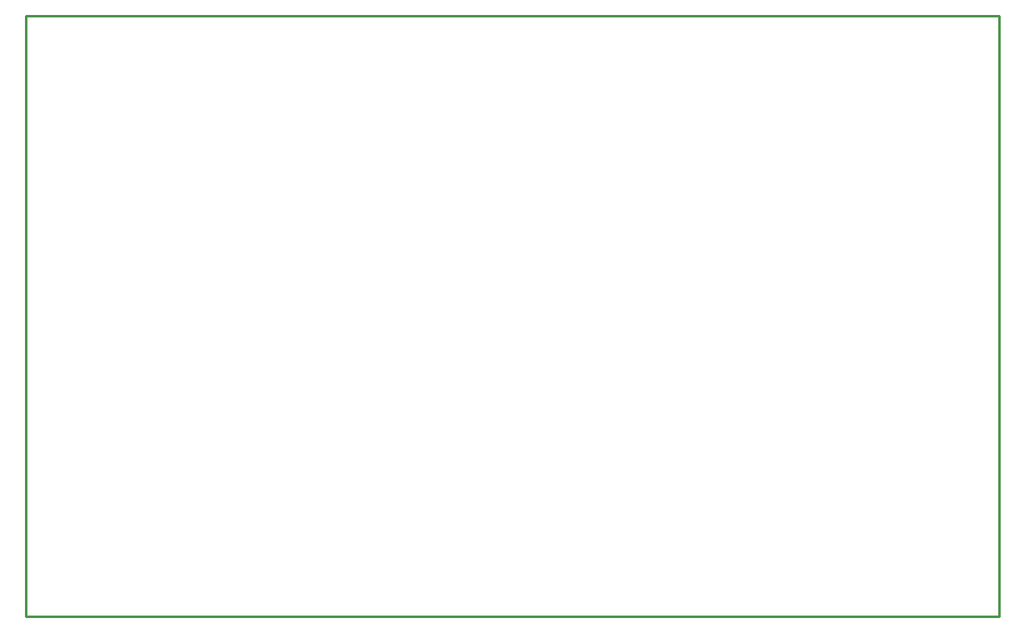
<source format=gko>
G04 ---------------------------- Layer name :KeepOutLayer *
G04 easyEDA 0.1*
G04 Scale: 100 percent, Rotated: No, Reflected: No *
G04 Dimensions in inches *
G04 leading zeros omitted , absolute positions ,2 integer and 4 * 
%FSLAX24Y24*%
%MOIN*%
G90*
G70D02*

%ADD10C,0.010000*%
G54D10*
G01X39000Y48200D02*
G01X19800Y48200D01*
G01X0Y48200D01*
G01X39000Y46046D02*
G01X39000Y48200D01*
G01X0Y48200D02*
G01X0Y24100D01*
G01X39000Y24100D01*
G01X39000Y46046D01*

%LPD*%

M00*
M02*
</source>
